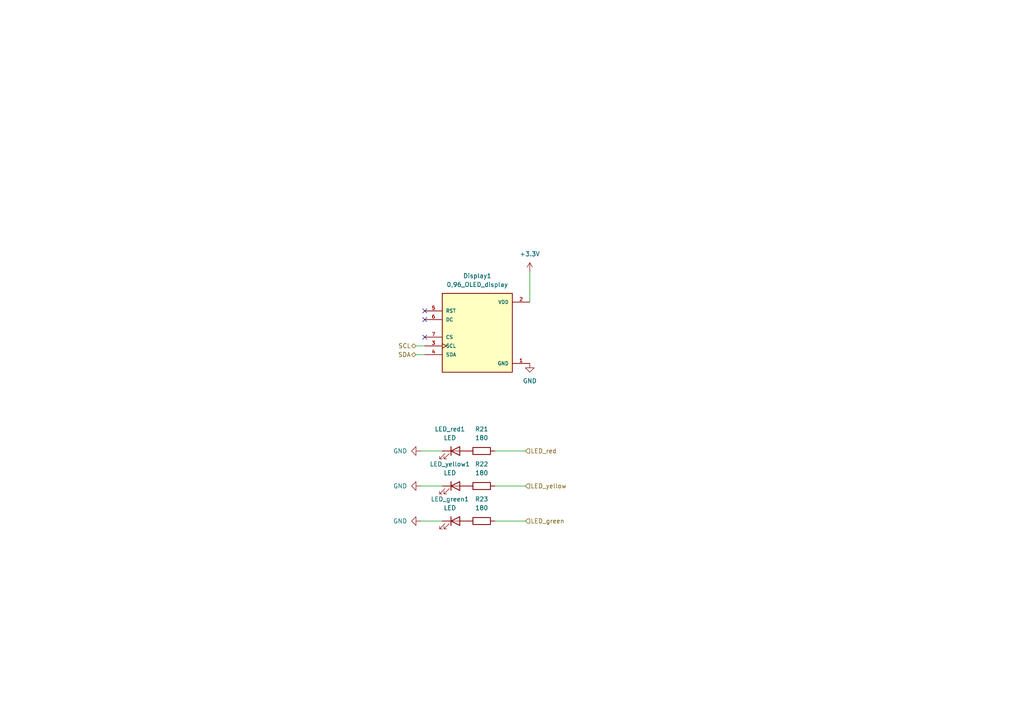
<source format=kicad_sch>
(kicad_sch (version 20231120) (generator "eeschema") (generator_version "8.0")
  (paper "A4")
  (lib_symbols
    (symbol "Device:LED" (pin_numbers hide) (pin_names (offset 1.016) hide)
      (property "Reference" "D" (at 0 2.54 0))
      (property "Value" "LED" (at 0 -2.54 0))
      (symbol "LED_0_1"
        (polyline (pts (xy -1.27 -1.27) (xy -1.27 1.27)) (stroke (width 0.254)))
        (polyline (pts (xy -1.27 0) (xy 1.27 0)))
        (polyline (pts (xy 1.27 -1.27) (xy 1.27 1.27) (xy -1.27 0) (xy 1.27 -1.27)) (stroke (width 0.254)))
        (polyline (pts (xy -3.048 -0.762) (xy -4.572 -2.286) (xy -3.81 -2.286) (xy -4.572 -2.286) (xy -4.572 -1.524)))
        (polyline (pts (xy -1.778 -0.762) (xy -3.302 -2.286) (xy -2.54 -2.286) (xy -3.302 -2.286) (xy -3.302 -1.524)))
      )
      (symbol "LED_1_1"
        (pin passive line (at -3.81 0 0) (length 2.54) (name "K") (number "1"))
        (pin passive line (at 3.81 0 180) (length 2.54) (name "A") (number "2"))
      )
    )
    (symbol "Device:R" (pin_numbers hide) (pin_names (offset 0))
      (property "Reference" "R" (at 2.032 0 90))
      (property "Value" "R" (at 0 0 90))
      (symbol "R_0_1"
        (rectangle (start -1.016 -2.54) (end 1.016 2.54) (stroke (width 0.254)))
      )
      (symbol "R_1_1"
        (pin passive line (at 0 3.81 270) (length 1.27) (name "~") (number "1"))
        (pin passive line (at 0 -3.81 90) (length 1.27) (name "~") (number "2"))
      )
    )
    (symbol "OLED_Display:AOM12864A0-1.54WW-ANO" (pin_names (offset 1.016))
      (property "Reference" "DS" (at -10.16 10.922 0))
      (property "Value" "AOM12864A0-1.54WW-ANO" (at -10.16 -15.24 0))
      (symbol "AOM12864A0-1.54WW-ANO_0_0"
        (rectangle (start -10.16 -12.7) (end 10.16 10.16) (stroke (width 0.254)) (fill (type background)))
        (pin power_in line (at 15.24 -10.16 180) (length 5.08) (name "GND") (number "1"))
        (pin power_in line (at 15.24 7.62 180) (length 5.08) (name "VDD") (number "2"))
        (pin input clock (at -15.24 -5.08 0) (length 5.08) (name "SCL") (number "3"))
        (pin bidirectional line (at -15.24 -7.62 0) (length 5.08) (name "SDA") (number "4"))
        (pin input line (at -15.24 5.08 0) (length 5.08) (name "RST") (number "5"))
        (pin input line (at -15.24 2.54 0) (length 5.08) (name "DC") (number "6"))
        (pin input line (at -15.24 -2.54 0) (length 5.08) (name "CS") (number "7"))
      )
    )
    (symbol "power:+3.3V" (power) (pin_numbers hide) (pin_names (offset 0) hide)
      (property "Value" "+3.3V" (at 0 3.556 0))
      (symbol "+3.3V_0_1"
        (polyline (pts (xy -0.762 1.27) (xy 0 2.54)))
        (polyline (pts (xy 0 0) (xy 0 2.54)))
        (polyline (pts (xy 0 2.54) (xy 0.762 1.27)))
      )
      (symbol "+3.3V_1_1"
        (pin power_in line (at 0 0 90) (length 0) (name "~") (number "1"))
      )
    )
    (symbol "power:GND" (power) (pin_numbers hide) (pin_names (offset 0) hide)
      (property "Value" "GND" (at 0 -3.81 0))
      (symbol "GND_0_1"
        (polyline (pts (xy 0 0) (xy 0 -1.27) (xy 1.27 -1.27) (xy 0 -2.54) (xy -1.27 -1.27) (xy 0 -1.27)))
      )
      (symbol "GND_1_1"
        (pin power_in line (at 0 0 270) (length 0) (name "~") (number "1"))
      )
    )
  )
  (no_connect (at 123.19 92.71))
  (no_connect (at 123.19 90.17))
  (no_connect (at 123.19 97.79))
  (wire (pts (xy 120.65 100.33) (xy 123.19 100.33)))
  (wire (pts (xy 153.67 78.74) (xy 153.67 87.63)))
  (wire (pts (xy 121.92 151.13) (xy 128.27 151.13)))
  (wire (pts (xy 143.51 140.97) (xy 152.4 140.97)))
  (wire (pts (xy 121.92 140.97) (xy 128.27 140.97)))
  (wire (pts (xy 120.65 102.87) (xy 123.19 102.87)))
  (wire (pts (xy 143.51 130.81) (xy 152.4 130.81)))
  (wire (pts (xy 121.92 130.81) (xy 128.27 130.81)))
  (wire (pts (xy 143.51 151.13) (xy 152.4 151.13)))
  (hierarchical_label "LED_green" (shape input) (at 152.4 151.13 0))
  (hierarchical_label "LED_yellow" (shape input) (at 152.4 140.97 0))
  (hierarchical_label "SCL" (shape bidirectional) (at 120.65 100.33 180))
  (hierarchical_label "LED_red" (shape input) (at 152.4 130.81 0))
  (hierarchical_label "SDA" (shape bidirectional) (at 120.65 102.87 180))
  (symbol (lib_id "Device:R") (at 139.7 151.13 90) (unit 1)
    (property "Reference" "R23" (at 139.7 144.78 90))
    (property "Value" "180" (at 139.7 147.32 90))
    (property "Footprint" "Resistor_SMD:R_1206_3216Metric_Pad1.30x1.75mm_HandSolder" (effects (hide yes)))
    (property "Description" "Resistor" (effects (hide yes)))
  )
  (symbol (lib_id "power:GND") (at 121.92 130.81 270) (unit 1)
    (property "Reference" "#PWR054" (effects (hide yes)))
    (property "Value" "GND" (at 118.11 130.8099 90) (effects (justify right)))
    (property "Description" "Power symbol creates a global label with name \"GND\" , ground" (effects (hide yes)))
  )
  (symbol (lib_id "power:GND") (at 121.92 140.97 270) (unit 1)
    (property "Reference" "#PWR055" (effects (hide yes)))
    (property "Value" "GND" (at 118.11 140.9699 90) (effects (justify right)))
    (property "Description" "Power symbol creates a global label with name \"GND\" , ground" (effects (hide yes)))
  )
  (symbol (lib_id "Device:R") (at 139.7 140.97 90) (unit 1)
    (property "Reference" "R22" (at 139.7 134.62 90))
    (property "Value" "180" (at 139.7 137.16 90))
    (property "Footprint" "Resistor_SMD:R_1206_3216Metric_Pad1.30x1.75mm_HandSolder" (effects (hide yes)))
    (property "Description" "Resistor" (effects (hide yes)))
  )
  (symbol (lib_id "power:GND") (at 121.92 151.13 270) (unit 1)
    (property "Reference" "#PWR056" (effects (hide yes)))
    (property "Value" "GND" (at 118.11 151.1299 90) (effects (justify right)))
    (property "Description" "Power symbol creates a global label with name \"GND\" , ground" (effects (hide yes)))
  )
  (symbol (lib_id "power:+3.3V") (at 153.67 78.74 0) (unit 1)
    (property "Reference" "#PWR052" (effects (hide yes)))
    (property "Value" "+3.3V" (at 153.67 73.66 0))
    (property "Description" "Power symbol creates a global label with name \"+3.3V\"" (effects (hide yes)))
  )
  (symbol (lib_id "Device:R") (at 139.7 130.81 90) (unit 1)
    (property "Reference" "R21" (at 139.7 124.46 90))
    (property "Value" "180" (at 139.7 127 90))
    (property "Footprint" "Resistor_SMD:R_1206_3216Metric_Pad1.30x1.75mm_HandSolder" (effects (hide yes)))
    (property "Description" "Resistor" (effects (hide yes)))
  )
  (symbol (lib_id "Device:LED") (at 132.08 151.13 0) (unit 1)
    (property "Reference" "LED_green1" (at 130.4925 144.78 0))
    (property "Value" "LED" (at 130.4925 147.32 0))
    (property "Footprint" "LED_THT:LED_D5.0mm" (effects (hide yes)))
    (property "Description" "Light emitting diode" (effects (hide yes)))
  )
  (symbol (lib_id "Device:LED") (at 132.08 140.97 0) (unit 1)
    (property "Reference" "LED_yellow1" (at 130.4925 134.62 0))
    (property "Value" "LED" (at 130.4925 137.16 0))
    (property "Footprint" "LED_THT:LED_D5.0mm" (effects (hide yes)))
    (property "Description" "Light emitting diode" (effects (hide yes)))
  )
  (symbol (lib_id "OLED_Display:AOM12864A0-1.54WW-ANO") (at 138.43 95.25 0) (unit 1)
    (property "Reference" "Display1" (at 138.43 80.01 0))
    (property "Value" "0,96_OLED_display" (at 138.43 82.55 0))
    (property "Footprint" "OLED_Display:0,96_OLED_Display" (effects (hide yes)))
    (property "MF" "Orient Display" (effects (hide yes)))
    (property "MAXIMUM_PACKAGE_HEIGHT" "5.5mm" (effects (hide yes)))
    (property "Package" "None" (effects (hide yes)))
    (property "Price" "None" (effects (hide yes)))
    (property "Check_prices" "https://www.snapeda.com/parts/AOM12864A0-1.54WW-ANO/Orient+Display/view-part/?ref=eda" (effects (hide yes)))
    (property "STANDARD" "Manufacturer Recommendations" (effects (hide yes)))
    (property "PARTREV" "O" (effects (hide yes)))
    (property "SnapEDA_Link" "https://www.snapeda.com/parts/AOM12864A0-1.54WW-ANO/Orient+Display/view-part/?ref=snap" (effects (hide yes)))
    (property "MP" "AOM12864A0-1.54WW-ANO" (effects (hide yes)))
    (property "Description_1" "\n                        \n                            Non-Touch Graphic LCD Display Module - White OLED SPI 1.54 (39.12mm) 128 x 64\n                        \n" (effects (hide yes)))
    (property "Availability" "In Stock" (effects (hide yes)))
    (property "MANUFACTURER" "Orient Display" (effects (hide yes)))
  )
  (symbol (lib_id "power:GND") (at 153.67 105.41 0) (unit 1)
    (property "Reference" "#PWR053" (effects (hide yes)))
    (property "Value" "GND" (at 153.67 110.49 0))
    (property "Description" "Power symbol creates a global label with name \"GND\" , ground" (effects (hide yes)))
  )
  (symbol (lib_id "Device:LED") (at 132.08 130.81 0) (unit 1)
    (property "Reference" "LED_red1" (at 130.4925 124.46 0))
    (property "Value" "LED" (at 130.4925 127 0))
    (property "Footprint" "LED_THT:LED_D5.0mm" (effects (hide yes)))
    (property "Description" "Light emitting diode" (effects (hide yes)))
  )
)
</source>
